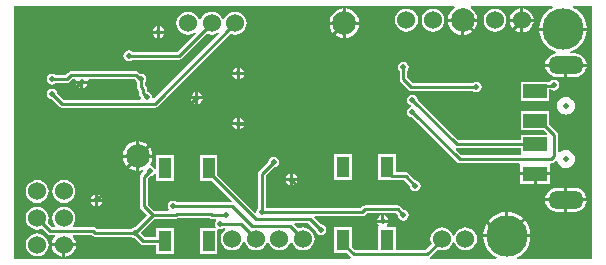
<source format=gbl>
G04*
G04 #@! TF.GenerationSoftware,Altium Limited,Altium Designer,19.1.5 (86)*
G04*
G04 Layer_Physical_Order=2*
G04 Layer_Color=16711680*
%FSLAX25Y25*%
%MOIN*%
G70*
G01*
G75*
%ADD10C,0.01000*%
%ADD46C,0.06000*%
%ADD47C,0.07874*%
%ADD48C,0.13780*%
%ADD49O,0.11811X0.05906*%
%ADD50C,0.01968*%
%ADD51R,0.04331X0.07087*%
%ADD52R,0.07874X0.04724*%
G36*
X194643Y2208D02*
X169853D01*
X169727Y2708D01*
X170743Y3251D01*
X171944Y4237D01*
X172930Y5438D01*
X173663Y6809D01*
X174114Y8296D01*
X174217Y9342D01*
X158460D01*
X158563Y8296D01*
X159014Y6809D01*
X159747Y5438D01*
X160733Y4237D01*
X161934Y3251D01*
X162950Y2708D01*
X162824Y2208D01*
X140847D01*
X140694Y2699D01*
X140694Y2708D01*
X143313Y5327D01*
X143696Y5168D01*
X144685Y5038D01*
X145674Y5168D01*
X146595Y5550D01*
X147386Y6157D01*
X147993Y6948D01*
X148375Y7869D01*
X148869D01*
X149251Y6948D01*
X149858Y6157D01*
X150649Y5550D01*
X151570Y5168D01*
X152559Y5038D01*
X153548Y5168D01*
X154469Y5550D01*
X155260Y6157D01*
X155867Y6948D01*
X156249Y7869D01*
X156379Y8858D01*
X156249Y9847D01*
X155867Y10768D01*
X155260Y11559D01*
X154469Y12167D01*
X153548Y12548D01*
X152559Y12678D01*
X151570Y12548D01*
X150649Y12167D01*
X149858Y11559D01*
X149251Y10768D01*
X148869Y9847D01*
X148375D01*
X147993Y10768D01*
X147386Y11559D01*
X146595Y12167D01*
X145674Y12548D01*
X144685Y12678D01*
X143696Y12548D01*
X142775Y12167D01*
X141984Y11559D01*
X141377Y10768D01*
X140995Y9847D01*
X140865Y8858D01*
X140995Y7869D01*
X141331Y7058D01*
X139220Y4947D01*
X129331D01*
Y12795D01*
X126525D01*
X126374Y13295D01*
X126431Y13333D01*
X126869Y13990D01*
X126924Y14264D01*
X123076D01*
X123131Y13990D01*
X123569Y13333D01*
X123626Y13295D01*
X123475Y12795D01*
X123425D01*
Y4947D01*
X115807D01*
X114764Y5990D01*
Y12795D01*
X108858D01*
Y4134D01*
X112908D01*
X114334Y2708D01*
X114333Y2699D01*
X114181Y2208D01*
X2208D01*
Y86375D01*
X148745D01*
X148915Y85875D01*
X148054Y85214D01*
X147262Y84183D01*
X146765Y82982D01*
X146661Y82193D01*
X156489D01*
X156385Y82982D01*
X155887Y84183D01*
X155096Y85214D01*
X154235Y85875D01*
X154404Y86375D01*
X181525D01*
X181650Y85875D01*
X180635Y85332D01*
X179434Y84346D01*
X178447Y83145D01*
X177715Y81774D01*
X177264Y80287D01*
X177161Y79240D01*
X192918D01*
X192815Y80287D01*
X192364Y81774D01*
X191631Y83145D01*
X190645Y84346D01*
X189444Y85332D01*
X188428Y85875D01*
X188553Y86375D01*
X194643D01*
Y2208D01*
D02*
G37*
%LPC*%
G36*
X171760Y85662D02*
Y82193D01*
X175229D01*
X175157Y82737D01*
X174754Y83710D01*
X174113Y84546D01*
X173277Y85187D01*
X172304Y85590D01*
X171760Y85662D01*
D02*
G37*
G36*
X170760D02*
X170216Y85590D01*
X169243Y85187D01*
X168407Y84546D01*
X167766Y83710D01*
X167363Y82737D01*
X167291Y82193D01*
X170760D01*
Y85662D01*
D02*
G37*
G36*
X75787Y84529D02*
X74799Y84399D01*
X73877Y84017D01*
X73086Y83410D01*
X72479Y82619D01*
X72097Y81697D01*
X71603Y81697D01*
X71222Y82619D01*
X70615Y83410D01*
X69823Y84017D01*
X68902Y84399D01*
X67913Y84529D01*
X66925Y84399D01*
X66003Y84017D01*
X65212Y83410D01*
X64605Y82619D01*
X64223Y81697D01*
X63729Y81697D01*
X63348Y82619D01*
X62741Y83410D01*
X61949Y84017D01*
X61028Y84399D01*
X60039Y84529D01*
X59051Y84399D01*
X58129Y84017D01*
X57338Y83410D01*
X56731Y82619D01*
X56349Y81697D01*
X56219Y80709D01*
X56349Y79720D01*
X56731Y78799D01*
X57338Y78008D01*
X58129Y77400D01*
X59051Y77019D01*
X60039Y76889D01*
X61028Y77019D01*
X61949Y77400D01*
X62346Y77705D01*
X62676Y77328D01*
X56543Y71194D01*
X41579D01*
X41046Y71551D01*
X40354Y71688D01*
X39663Y71551D01*
X39077Y71159D01*
X38686Y70573D01*
X38548Y69882D01*
X38686Y69191D01*
X39077Y68605D01*
X39663Y68213D01*
X40354Y68076D01*
X41046Y68213D01*
X41579Y68569D01*
X57087D01*
X57589Y68669D01*
X58015Y68954D01*
X66327Y77266D01*
X66925Y77019D01*
X67913Y76889D01*
X68902Y77019D01*
X69823Y77400D01*
X70220Y77705D01*
X70550Y77328D01*
X48690Y55468D01*
X48431Y55494D01*
X48049Y56015D01*
X48066Y56102D01*
X47929Y56794D01*
X47537Y57380D01*
X46951Y57771D01*
X46403Y57880D01*
Y58725D01*
X46303Y59227D01*
X46018Y59653D01*
X45604Y60067D01*
Y60783D01*
X45960Y61317D01*
X46098Y62008D01*
X45960Y62699D01*
X45569Y63285D01*
X44983Y63677D01*
X44291Y63814D01*
X44114Y63779D01*
X43670Y64223D01*
X43244Y64508D01*
X42742Y64608D01*
X20930D01*
X20428Y64508D01*
X20002Y64223D01*
X19099Y63320D01*
X15988D01*
X15455Y63677D01*
X14764Y63814D01*
X14073Y63677D01*
X13487Y63285D01*
X13095Y62699D01*
X12957Y62008D01*
X13095Y61317D01*
X13487Y60731D01*
X14073Y60339D01*
X14764Y60202D01*
X15455Y60339D01*
X15988Y60695D01*
X19643D01*
X20145Y60795D01*
X20571Y61080D01*
X21474Y61983D01*
X22305D01*
X22644Y61523D01*
X26568D01*
X26908Y61983D01*
X42198D01*
X42562Y61618D01*
X42623Y61317D01*
X42979Y60783D01*
Y59524D01*
X43079Y59021D01*
X43363Y58596D01*
X43778Y58181D01*
Y57272D01*
X43878Y56770D01*
X44162Y56344D01*
X44466Y56040D01*
X44545Y55643D01*
X44214Y55143D01*
X18563D01*
X16558Y57149D01*
X16433Y57778D01*
X16041Y58364D01*
X15455Y58755D01*
X14764Y58893D01*
X14073Y58755D01*
X13487Y58364D01*
X13095Y57778D01*
X12957Y57087D01*
X13095Y56395D01*
X13487Y55809D01*
X14073Y55418D01*
X14701Y55293D01*
X17091Y52903D01*
X17517Y52618D01*
X18020Y52518D01*
X48909D01*
X49412Y52618D01*
X49838Y52903D01*
X74201Y77266D01*
X74799Y77019D01*
X75787Y76889D01*
X76776Y77019D01*
X77697Y77400D01*
X78489Y78008D01*
X79096Y78799D01*
X79477Y79720D01*
X79607Y80709D01*
X79477Y81697D01*
X79096Y82619D01*
X78489Y83410D01*
X77697Y84017D01*
X76776Y84399D01*
X75787Y84529D01*
D02*
G37*
G36*
X112705Y85622D02*
Y81209D01*
X117119D01*
X117015Y81998D01*
X116517Y83198D01*
X115726Y84230D01*
X114694Y85021D01*
X113494Y85519D01*
X112705Y85622D01*
D02*
G37*
G36*
X111705D02*
X110916Y85519D01*
X109715Y85021D01*
X108684Y84230D01*
X107892Y83198D01*
X107395Y81998D01*
X107291Y81209D01*
X111705D01*
Y85622D01*
D02*
G37*
G36*
X50697Y79680D02*
Y78256D01*
X52121D01*
X52066Y78530D01*
X51627Y79186D01*
X50971Y79625D01*
X50697Y79680D01*
D02*
G37*
G36*
X49697D02*
X49423Y79625D01*
X48766Y79186D01*
X48328Y78530D01*
X48273Y78256D01*
X49697D01*
Y79680D01*
D02*
G37*
G36*
X162402Y85513D02*
X161413Y85383D01*
X160492Y85001D01*
X159700Y84394D01*
X159093Y83603D01*
X158712Y82682D01*
X158581Y81693D01*
X158712Y80704D01*
X159093Y79783D01*
X159700Y78992D01*
X160492Y78385D01*
X161413Y78003D01*
X162402Y77873D01*
X163390Y78003D01*
X164312Y78385D01*
X165103Y78992D01*
X165710Y79783D01*
X166092Y80704D01*
X166222Y81693D01*
X166092Y82682D01*
X165710Y83603D01*
X165103Y84394D01*
X164312Y85001D01*
X163390Y85383D01*
X162402Y85513D01*
D02*
G37*
G36*
X141732Y85513D02*
X140744Y85383D01*
X139822Y85001D01*
X139031Y84394D01*
X138424Y83603D01*
X138042Y82682D01*
X137912Y81693D01*
X138042Y80704D01*
X138424Y79783D01*
X139031Y78992D01*
X139822Y78385D01*
X140744Y78003D01*
X141732Y77873D01*
X142721Y78003D01*
X143642Y78385D01*
X144433Y78992D01*
X145041Y79783D01*
X145422Y80704D01*
X145552Y81693D01*
X145422Y82682D01*
X145041Y83603D01*
X144433Y84394D01*
X143642Y85001D01*
X142721Y85383D01*
X141732Y85513D01*
D02*
G37*
G36*
X132874D02*
X131885Y85383D01*
X130964Y85001D01*
X130173Y84394D01*
X129566Y83603D01*
X129184Y82682D01*
X129054Y81693D01*
X129184Y80704D01*
X129566Y79783D01*
X130173Y78992D01*
X130964Y78385D01*
X131885Y78003D01*
X132874Y77873D01*
X133863Y78003D01*
X134784Y78385D01*
X135575Y78992D01*
X136182Y79783D01*
X136564Y80704D01*
X136694Y81693D01*
X136564Y82682D01*
X136182Y83603D01*
X135575Y84394D01*
X134784Y85001D01*
X133863Y85383D01*
X132874Y85513D01*
D02*
G37*
G36*
X175229Y81193D02*
X171760D01*
Y77724D01*
X172304Y77796D01*
X173277Y78199D01*
X174113Y78840D01*
X174754Y79676D01*
X175157Y80649D01*
X175229Y81193D01*
D02*
G37*
G36*
X170760D02*
X167291D01*
X167363Y80649D01*
X167766Y79676D01*
X168407Y78840D01*
X169243Y78199D01*
X170216Y77796D01*
X170760Y77724D01*
Y81193D01*
D02*
G37*
G36*
X156489D02*
X152075D01*
Y76779D01*
X152864Y76883D01*
X154065Y77380D01*
X155096Y78172D01*
X155887Y79203D01*
X156385Y80404D01*
X156489Y81193D01*
D02*
G37*
G36*
X151075D02*
X146661D01*
X146765Y80404D01*
X147262Y79203D01*
X148054Y78172D01*
X149085Y77380D01*
X150286Y76883D01*
X151075Y76779D01*
Y81193D01*
D02*
G37*
G36*
X52121Y77256D02*
X50697D01*
Y75832D01*
X50971Y75887D01*
X51627Y76325D01*
X52066Y76982D01*
X52121Y77256D01*
D02*
G37*
G36*
X49697D02*
X48273D01*
X48328Y76982D01*
X48766Y76325D01*
X49423Y75887D01*
X49697Y75832D01*
Y77256D01*
D02*
G37*
G36*
X117119Y80209D02*
X112705D01*
Y75795D01*
X113494Y75899D01*
X114694Y76396D01*
X115726Y77188D01*
X116517Y78219D01*
X117015Y79420D01*
X117119Y80209D01*
D02*
G37*
G36*
X111705D02*
X107291D01*
X107395Y79420D01*
X107892Y78219D01*
X108684Y77188D01*
X109715Y76396D01*
X110916Y75899D01*
X111705Y75795D01*
Y80209D01*
D02*
G37*
G36*
X192918Y78240D02*
X177161D01*
X177264Y77193D01*
X177715Y75706D01*
X178447Y74336D01*
X179434Y73134D01*
X180635Y72148D01*
X182006Y71416D01*
X182770Y71184D01*
X182728Y70674D01*
X182039Y70583D01*
X181077Y70185D01*
X180252Y69551D01*
X179618Y68726D01*
X179220Y67764D01*
X179150Y67232D01*
X186024D01*
X192897D01*
X192827Y67764D01*
X192429Y68726D01*
X191796Y69551D01*
X190970Y70185D01*
X190008Y70583D01*
X188976Y70719D01*
X187499D01*
X187425Y71219D01*
X188073Y71416D01*
X189444Y72148D01*
X190645Y73134D01*
X191631Y74336D01*
X192364Y75706D01*
X192815Y77193D01*
X192918Y78240D01*
D02*
G37*
G36*
X77272Y65900D02*
Y64476D01*
X78695D01*
X78641Y64751D01*
X78202Y65407D01*
X77546Y65846D01*
X77272Y65900D01*
D02*
G37*
G36*
X76272D02*
X75997Y65846D01*
X75341Y65407D01*
X74902Y64751D01*
X74848Y64476D01*
X76272D01*
Y65900D01*
D02*
G37*
G36*
X192897Y66232D02*
X186524D01*
Y62745D01*
X188976D01*
X190008Y62881D01*
X190970Y63279D01*
X191796Y63913D01*
X192429Y64739D01*
X192827Y65700D01*
X192897Y66232D01*
D02*
G37*
G36*
X185524D02*
X179150D01*
X179220Y65700D01*
X179618Y64739D01*
X180252Y63913D01*
X181077Y63279D01*
X182039Y62881D01*
X183071Y62745D01*
X185524D01*
Y66232D01*
D02*
G37*
G36*
X78695Y63476D02*
X77272D01*
Y62053D01*
X77546Y62107D01*
X78202Y62546D01*
X78641Y63202D01*
X78695Y63476D01*
D02*
G37*
G36*
X76272D02*
X74848D01*
X74902Y63202D01*
X75341Y62546D01*
X75997Y62107D01*
X76272Y62053D01*
Y63476D01*
D02*
G37*
G36*
X26530Y60523D02*
X25106D01*
Y59100D01*
X25381Y59154D01*
X26037Y59593D01*
X26475Y60249D01*
X26530Y60523D01*
D02*
G37*
G36*
X24106D02*
X22683D01*
X22737Y60249D01*
X23176Y59593D01*
X23832Y59154D01*
X24106Y59100D01*
Y60523D01*
D02*
G37*
G36*
X182087Y61846D02*
X181395Y61708D01*
X180809Y61317D01*
X180762Y61246D01*
X177650D01*
X177523Y61221D01*
X171063D01*
Y54921D01*
X180512D01*
Y58621D01*
X181021D01*
X181395Y58371D01*
X182087Y58233D01*
X182778Y58371D01*
X183364Y58762D01*
X183756Y59348D01*
X183893Y60039D01*
X183756Y60731D01*
X183364Y61317D01*
X182778Y61708D01*
X182087Y61846D01*
D02*
G37*
G36*
X131890Y67751D02*
X131199Y67614D01*
X130613Y67222D01*
X130221Y66636D01*
X130083Y65945D01*
X130221Y65254D01*
X130577Y64720D01*
Y62008D01*
X130677Y61506D01*
X130962Y61080D01*
X133555Y58486D01*
X133981Y58201D01*
X134484Y58102D01*
X154913D01*
X155446Y57745D01*
X156137Y57608D01*
X156828Y57745D01*
X157414Y58137D01*
X157806Y58723D01*
X157943Y59414D01*
X157806Y60105D01*
X157414Y60691D01*
X156828Y61083D01*
X156137Y61221D01*
X155446Y61083D01*
X154913Y60727D01*
X135027D01*
X133202Y62552D01*
Y64720D01*
X133559Y65254D01*
X133696Y65945D01*
X133559Y66636D01*
X133167Y67222D01*
X132581Y67614D01*
X131890Y67751D01*
D02*
G37*
G36*
X63492Y57721D02*
Y56297D01*
X64916D01*
X64861Y56571D01*
X64423Y57227D01*
X63766Y57666D01*
X63492Y57721D01*
D02*
G37*
G36*
X62492D02*
X62218Y57666D01*
X61562Y57227D01*
X61123Y56571D01*
X61068Y56297D01*
X62492D01*
Y57721D01*
D02*
G37*
G36*
X64916Y55297D02*
X63492D01*
Y53873D01*
X63766Y53928D01*
X64423Y54366D01*
X64861Y55023D01*
X64916Y55297D01*
D02*
G37*
G36*
X62492D02*
X61068D01*
X61123Y55023D01*
X61562Y54366D01*
X62218Y53928D01*
X62492Y53873D01*
Y55297D01*
D02*
G37*
G36*
X186024Y56128D02*
X185253Y56026D01*
X184535Y55729D01*
X183918Y55256D01*
X183444Y54639D01*
X183147Y53920D01*
X183045Y53150D01*
X183147Y52379D01*
X183444Y51661D01*
X183918Y51044D01*
X184535Y50570D01*
X185253Y50273D01*
X186024Y50171D01*
X186794Y50273D01*
X187513Y50570D01*
X188129Y51044D01*
X188603Y51661D01*
X188900Y52379D01*
X189002Y53150D01*
X188900Y53920D01*
X188603Y54639D01*
X188129Y55256D01*
X187513Y55729D01*
X186794Y56026D01*
X186024Y56128D01*
D02*
G37*
G36*
X77272Y49168D02*
Y47744D01*
X78695D01*
X78641Y48018D01*
X78202Y48675D01*
X77546Y49113D01*
X77272Y49168D01*
D02*
G37*
G36*
X76272D02*
X75997Y49113D01*
X75341Y48675D01*
X74902Y48018D01*
X74848Y47744D01*
X76272D01*
Y49168D01*
D02*
G37*
G36*
X78695Y46744D02*
X77272D01*
Y45320D01*
X77546Y45375D01*
X78202Y45814D01*
X78641Y46470D01*
X78695Y46744D01*
D02*
G37*
G36*
X76272D02*
X74848D01*
X74902Y46470D01*
X75341Y45814D01*
X75997Y45375D01*
X76272Y45320D01*
Y46744D01*
D02*
G37*
G36*
X43807Y41331D02*
Y36917D01*
X48221D01*
X48117Y37706D01*
X47620Y38907D01*
X46828Y39938D01*
X45797Y40730D01*
X44596Y41227D01*
X43807Y41331D01*
D02*
G37*
G36*
X42807D02*
X42018Y41227D01*
X40817Y40730D01*
X39786Y39938D01*
X38995Y38907D01*
X38497Y37706D01*
X38393Y36917D01*
X42807D01*
Y41331D01*
D02*
G37*
G36*
X134843Y56924D02*
X134151Y56787D01*
X133565Y56395D01*
X133174Y55809D01*
X133036Y55118D01*
X133174Y54427D01*
X133565Y53841D01*
X134151Y53449D01*
X134376Y53404D01*
Y52895D01*
X134151Y52850D01*
X133565Y52458D01*
X133174Y51872D01*
X133036Y51181D01*
X133174Y50490D01*
X133565Y49904D01*
X134151Y49512D01*
X134780Y49387D01*
X149662Y34505D01*
X150088Y34220D01*
X150591Y34120D01*
X170452D01*
X170850Y33874D01*
X170850Y33620D01*
Y31012D01*
X175787D01*
X180724D01*
Y33620D01*
X180724Y33855D01*
X180992Y34043D01*
X181121Y34124D01*
X181605Y34220D01*
X182030Y34505D01*
X182590Y35064D01*
X183118Y34885D01*
X183147Y34662D01*
X183444Y33944D01*
X183918Y33327D01*
X184535Y32854D01*
X185253Y32556D01*
X186024Y32455D01*
X186794Y32556D01*
X187513Y32854D01*
X188129Y33327D01*
X188603Y33944D01*
X188900Y34662D01*
X189002Y35433D01*
X188900Y36204D01*
X188603Y36922D01*
X188129Y37539D01*
X187513Y38012D01*
X186794Y38310D01*
X186024Y38411D01*
X185253Y38310D01*
X184535Y38012D01*
X183918Y37539D01*
X183899Y37515D01*
X183399Y37685D01*
Y43504D01*
X183299Y44006D01*
X183015Y44432D01*
X180512Y46935D01*
Y51378D01*
X171063D01*
Y45079D01*
X178656D01*
X179768Y43966D01*
X179577Y43504D01*
X171063D01*
Y41667D01*
X150150D01*
X136636Y55181D01*
X136511Y55809D01*
X136120Y56395D01*
X135534Y56787D01*
X134843Y56924D01*
D02*
G37*
G36*
X42807Y35917D02*
X38393D01*
X38497Y35129D01*
X38995Y33928D01*
X39786Y32896D01*
X40817Y32105D01*
X42018Y31607D01*
X42807Y31503D01*
Y35917D01*
D02*
G37*
G36*
X94988Y30467D02*
Y29043D01*
X96412D01*
X96357Y29318D01*
X95919Y29974D01*
X95262Y30412D01*
X94988Y30467D01*
D02*
G37*
G36*
X93988D02*
X93714Y30412D01*
X93058Y29974D01*
X92619Y29318D01*
X92564Y29043D01*
X93988D01*
Y30467D01*
D02*
G37*
G36*
X114764Y37205D02*
X108858D01*
Y28543D01*
X114764D01*
Y37205D01*
D02*
G37*
G36*
X69882Y36811D02*
X63976D01*
Y28150D01*
X68026D01*
X74677Y21498D01*
X74470Y20998D01*
X56343D01*
X55809Y21354D01*
X55118Y21491D01*
X54427Y21354D01*
X53841Y20962D01*
X53449Y20376D01*
X53312Y19685D01*
X53449Y18994D01*
X53678Y18651D01*
X53411Y18151D01*
X52616D01*
X52114Y18051D01*
X52105Y18045D01*
X48772D01*
X46588Y20229D01*
Y28984D01*
X47306Y29702D01*
X47935Y29827D01*
X48521Y30219D01*
X48913Y30805D01*
X49409Y30738D01*
Y28150D01*
X55315D01*
Y36811D01*
X49409D01*
Y32254D01*
X48913Y32187D01*
X48521Y32773D01*
X47935Y33165D01*
X47701Y33212D01*
X47493Y33763D01*
X47620Y33928D01*
X48117Y35129D01*
X48221Y35917D01*
X43807D01*
Y31503D01*
X44596Y31607D01*
X44931Y31746D01*
X45214Y31322D01*
X44347Y30456D01*
X44063Y30030D01*
X43963Y29528D01*
Y19685D01*
X44063Y19183D01*
X44347Y18757D01*
X46372Y16732D01*
X42261Y12621D01*
X41632Y12496D01*
X41098Y12139D01*
X29632D01*
X29383Y12389D01*
X28957Y12673D01*
X28455Y12773D01*
X21822D01*
X21576Y13273D01*
X22009Y13838D01*
X22391Y14759D01*
X22521Y15748D01*
X22391Y16737D01*
X22009Y17658D01*
X21402Y18449D01*
X20611Y19056D01*
X19690Y19438D01*
X18701Y19568D01*
X17712Y19438D01*
X16791Y19056D01*
X16000Y18449D01*
X15393Y17658D01*
X15011Y16737D01*
X14881Y15748D01*
X15011Y14759D01*
X15393Y13838D01*
X15826Y13273D01*
X15579Y12773D01*
X14674D01*
X13285Y14162D01*
X13532Y14759D01*
X13663Y15748D01*
X13532Y16737D01*
X13151Y17658D01*
X12544Y18449D01*
X11752Y19056D01*
X10831Y19438D01*
X9843Y19568D01*
X8854Y19438D01*
X7932Y19056D01*
X7141Y18449D01*
X6534Y17658D01*
X6153Y16737D01*
X6022Y15748D01*
X6153Y14759D01*
X6534Y13838D01*
X7141Y13047D01*
X7932Y12440D01*
X8854Y12058D01*
X9843Y11928D01*
X10831Y12058D01*
X11429Y12306D01*
X13202Y10532D01*
X13628Y10248D01*
X14130Y10148D01*
X15626D01*
X15775Y9648D01*
X15207Y8907D01*
X14804Y7934D01*
X14732Y7390D01*
X22670D01*
X22598Y7934D01*
X22195Y8907D01*
X21626Y9648D01*
X21775Y10148D01*
X27911D01*
X28161Y9899D01*
X28587Y9614D01*
X29089Y9514D01*
X41098D01*
X41632Y9158D01*
X42261Y9033D01*
X44151Y7143D01*
X44576Y6858D01*
X45079Y6758D01*
X49409D01*
Y3740D01*
X55315D01*
Y12402D01*
X49409D01*
Y9384D01*
X45622D01*
X44179Y10827D01*
X48772Y15420D01*
X52510D01*
X53012Y15520D01*
X53022Y15526D01*
X55963D01*
X56465Y15626D01*
X56891Y15910D01*
X56900Y15920D01*
X67067D01*
X67182Y15804D01*
X67608Y15520D01*
X68110Y15420D01*
X69300D01*
X69497Y14920D01*
X69197Y14471D01*
X69060Y13780D01*
X69197Y13088D01*
X69322Y12902D01*
X69055Y12402D01*
X63976D01*
Y3740D01*
X69882D01*
Y11751D01*
X70382Y12070D01*
X70866Y11973D01*
X71557Y12111D01*
X71996Y12404D01*
X72294Y12337D01*
X72413Y11798D01*
X72102Y11559D01*
X71495Y10768D01*
X71113Y9847D01*
X70983Y8858D01*
X71113Y7870D01*
X71495Y6948D01*
X72102Y6157D01*
X72893Y5550D01*
X73814Y5168D01*
X74803Y5038D01*
X75792Y5168D01*
X76713Y5550D01*
X77504Y6157D01*
X78111Y6948D01*
X78493Y7869D01*
X78987D01*
X79369Y6948D01*
X79976Y6157D01*
X80767Y5550D01*
X81688Y5168D01*
X82677Y5038D01*
X83666Y5168D01*
X84587Y5550D01*
X85378Y6157D01*
X85985Y6948D01*
X86367Y7869D01*
X86861D01*
X87243Y6948D01*
X87850Y6157D01*
X88641Y5550D01*
X89562Y5168D01*
X90551Y5038D01*
X91540Y5168D01*
X92461Y5550D01*
X93252Y6157D01*
X93859Y6948D01*
X94241Y7869D01*
X94735D01*
X95117Y6948D01*
X95724Y6157D01*
X96515Y5550D01*
X97436Y5168D01*
X98425Y5038D01*
X99414Y5168D01*
X100335Y5550D01*
X101126Y6157D01*
X101734Y6948D01*
X102115Y7870D01*
X102245Y8858D01*
X102115Y9847D01*
X101734Y10768D01*
X101126Y11559D01*
X100335Y12167D01*
X99414Y12548D01*
X98425Y12678D01*
X97436Y12548D01*
X96839Y12301D01*
X95508Y13632D01*
X95715Y14132D01*
X100153D01*
X102537Y11749D01*
X102662Y11120D01*
X103053Y10534D01*
X103639Y10142D01*
X104331Y10005D01*
X105022Y10142D01*
X105608Y10534D01*
X106000Y11120D01*
X106137Y11811D01*
X106000Y12502D01*
X105608Y13088D01*
X105022Y13480D01*
X104393Y13605D01*
X102094Y15904D01*
X102301Y16404D01*
X118110D01*
X118613Y16504D01*
X119038Y16788D01*
X119638Y17388D01*
X129377D01*
X130096Y16670D01*
X130221Y16041D01*
X130613Y15455D01*
X131199Y15063D01*
X131890Y14926D01*
X132581Y15063D01*
X133167Y15455D01*
X133559Y16041D01*
X133696Y16732D01*
X133559Y17424D01*
X133167Y18010D01*
X132581Y18401D01*
X131952Y18526D01*
X130849Y19629D01*
X130424Y19914D01*
X129921Y20013D01*
X119095D01*
X118592Y19914D01*
X118166Y19629D01*
X117567Y19029D01*
X85958D01*
Y29968D01*
X88645Y32655D01*
X89274Y32780D01*
X89860Y33171D01*
X90251Y33757D01*
X90389Y34449D01*
X90251Y35140D01*
X89860Y35726D01*
X89274Y36118D01*
X88582Y36255D01*
X87891Y36118D01*
X87305Y35726D01*
X86914Y35140D01*
X86788Y34511D01*
X83718Y31440D01*
X83433Y31014D01*
X83333Y30512D01*
Y18941D01*
X82977Y18408D01*
X82846Y17749D01*
X82716Y17665D01*
X82369Y17519D01*
X69882Y30006D01*
Y36811D01*
D02*
G37*
G36*
X180724Y30012D02*
X176287D01*
Y27150D01*
X180724D01*
Y30012D01*
D02*
G37*
G36*
X175287D02*
X170850D01*
Y27150D01*
X175287D01*
Y30012D01*
D02*
G37*
G36*
X96412Y28043D02*
X94988D01*
Y26620D01*
X95262Y26674D01*
X95919Y27113D01*
X96357Y27769D01*
X96412Y28043D01*
D02*
G37*
G36*
X93988D02*
X92564D01*
X92619Y27769D01*
X93058Y27113D01*
X93714Y26674D01*
X93988Y26620D01*
Y28043D01*
D02*
G37*
G36*
X129331Y37205D02*
X123425D01*
Y28543D01*
X127917D01*
X128043Y28518D01*
X132027D01*
X134033Y26512D01*
X134158Y25883D01*
X134549Y25297D01*
X135135Y24906D01*
X135827Y24768D01*
X136518Y24906D01*
X137104Y25297D01*
X137496Y25883D01*
X137633Y26575D01*
X137496Y27266D01*
X137104Y27852D01*
X136518Y28244D01*
X135889Y28369D01*
X133499Y30759D01*
X133073Y31043D01*
X132571Y31143D01*
X129331D01*
Y37205D01*
D02*
G37*
G36*
X188976Y25837D02*
X186524D01*
Y22350D01*
X192897D01*
X192827Y22882D01*
X192429Y23844D01*
X191796Y24669D01*
X190970Y25303D01*
X190008Y25701D01*
X188976Y25837D01*
D02*
G37*
G36*
X185524D02*
X183071D01*
X182039Y25701D01*
X181077Y25303D01*
X180252Y24669D01*
X179618Y23844D01*
X179220Y22882D01*
X179150Y22350D01*
X185524D01*
Y25837D01*
D02*
G37*
G36*
X30028Y23577D02*
Y22153D01*
X31451D01*
X31397Y22428D01*
X30958Y23084D01*
X30302Y23523D01*
X30028Y23577D01*
D02*
G37*
G36*
X29028D02*
X28753Y23523D01*
X28097Y23084D01*
X27658Y22428D01*
X27604Y22153D01*
X29028D01*
Y23577D01*
D02*
G37*
G36*
X18701Y28426D02*
X17712Y28296D01*
X16791Y27915D01*
X16000Y27308D01*
X15393Y26516D01*
X15011Y25595D01*
X14881Y24606D01*
X15011Y23618D01*
X15393Y22696D01*
X16000Y21905D01*
X16791Y21298D01*
X17712Y20916D01*
X18701Y20786D01*
X19690Y20916D01*
X20611Y21298D01*
X21402Y21905D01*
X22009Y22696D01*
X22391Y23618D01*
X22521Y24606D01*
X22391Y25595D01*
X22009Y26516D01*
X21402Y27308D01*
X20611Y27915D01*
X19690Y28296D01*
X18701Y28426D01*
D02*
G37*
G36*
X9843D02*
X8854Y28296D01*
X7932Y27915D01*
X7141Y27308D01*
X6534Y26516D01*
X6153Y25595D01*
X6022Y24606D01*
X6153Y23618D01*
X6534Y22696D01*
X7141Y21905D01*
X7932Y21298D01*
X8854Y20916D01*
X9843Y20786D01*
X10831Y20916D01*
X11752Y21298D01*
X12544Y21905D01*
X13151Y22696D01*
X13532Y23618D01*
X13663Y24606D01*
X13532Y25595D01*
X13151Y26516D01*
X12544Y27308D01*
X11752Y27915D01*
X10831Y28296D01*
X9843Y28426D01*
D02*
G37*
G36*
X31451Y21154D02*
X30028D01*
Y19730D01*
X30302Y19784D01*
X30958Y20223D01*
X31397Y20879D01*
X31451Y21154D01*
D02*
G37*
G36*
X29028D02*
X27604D01*
X27658Y20879D01*
X28097Y20223D01*
X28753Y19784D01*
X29028Y19730D01*
Y21154D01*
D02*
G37*
G36*
X192897Y21350D02*
X186524D01*
Y17864D01*
X188976D01*
X190008Y17999D01*
X190970Y18398D01*
X191796Y19031D01*
X192429Y19857D01*
X192827Y20819D01*
X192897Y21350D01*
D02*
G37*
G36*
X185524D02*
X179150D01*
X179220Y20819D01*
X179618Y19857D01*
X180252Y19031D01*
X181077Y18398D01*
X182039Y17999D01*
X183071Y17864D01*
X185524D01*
Y21350D01*
D02*
G37*
G36*
X125500Y16687D02*
Y15264D01*
X126924D01*
X126869Y15538D01*
X126431Y16194D01*
X125774Y16633D01*
X125500Y16687D01*
D02*
G37*
G36*
X124500D02*
X124226Y16633D01*
X123569Y16194D01*
X123131Y15538D01*
X123076Y15264D01*
X124500D01*
Y16687D01*
D02*
G37*
G36*
X166839Y17721D02*
Y10343D01*
X174217D01*
X174114Y11389D01*
X173663Y12876D01*
X172930Y14247D01*
X171944Y15448D01*
X170743Y16434D01*
X169372Y17167D01*
X167885Y17618D01*
X166839Y17721D01*
D02*
G37*
G36*
X165839D02*
X164792Y17618D01*
X163305Y17167D01*
X161934Y16434D01*
X160733Y15448D01*
X159747Y14247D01*
X159014Y12876D01*
X158563Y11389D01*
X158460Y10343D01*
X165839D01*
Y17721D01*
D02*
G37*
G36*
X9843Y10710D02*
X8854Y10580D01*
X7932Y10198D01*
X7141Y9591D01*
X6534Y8800D01*
X6153Y7879D01*
X6022Y6890D01*
X6153Y5901D01*
X6534Y4980D01*
X7141Y4189D01*
X7932Y3582D01*
X8854Y3200D01*
X9843Y3070D01*
X10831Y3200D01*
X11752Y3582D01*
X12544Y4189D01*
X13151Y4980D01*
X13532Y5901D01*
X13663Y6890D01*
X13532Y7879D01*
X13151Y8800D01*
X12544Y9591D01*
X11752Y10198D01*
X10831Y10580D01*
X9843Y10710D01*
D02*
G37*
G36*
X22670Y6390D02*
X19201D01*
Y2921D01*
X19745Y2993D01*
X20718Y3396D01*
X21554Y4037D01*
X22195Y4873D01*
X22598Y5846D01*
X22670Y6390D01*
D02*
G37*
G36*
X18201D02*
X14732D01*
X14804Y5846D01*
X15207Y4873D01*
X15848Y4037D01*
X16683Y3396D01*
X17657Y2993D01*
X18201Y2921D01*
Y6390D01*
D02*
G37*
%LPD*%
G36*
X149606Y39042D02*
X171063D01*
Y37205D01*
X171063D01*
X170964Y36746D01*
X151134D01*
X149284Y38596D01*
X149530Y39057D01*
X149606Y39042D01*
D02*
G37*
D10*
X70866Y13780D02*
X77756D01*
X144685Y8555D02*
Y8858D01*
X139764Y3634D02*
X144685Y8555D01*
X115264Y3634D02*
X139764D01*
X111811Y7087D02*
X115264Y3634D01*
X111811Y7087D02*
Y8465D01*
X125000Y14764D02*
X129921D01*
X132571Y29831D02*
X135827Y26575D01*
X128043Y29831D02*
X132571D01*
X126378Y31496D02*
X128043Y29831D01*
X126378Y31496D02*
Y32874D01*
X74803Y19685D02*
X81343Y13146D01*
X100697Y15445D02*
X104331Y11811D01*
X82587Y15445D02*
X100697D01*
X66929Y31102D02*
X82587Y15445D01*
X66929Y31102D02*
Y32480D01*
X81343Y13146D02*
X94138D01*
X98425Y8858D01*
X45276Y19685D02*
Y29528D01*
X47244Y31496D01*
X42323Y10827D02*
X45079Y8071D01*
X52362D01*
X55118Y19685D02*
X74803D01*
X45276Y19685D02*
X48228Y16732D01*
X94488Y28543D02*
X98425Y24606D01*
X130905D01*
X140748Y14764D01*
X159395D01*
X164316Y9843D01*
X166339D01*
X136811Y10827D02*
X140748Y14764D01*
X133858Y10827D02*
X136811D01*
X129921Y14764D02*
X133858Y10827D01*
X119095Y18701D02*
X129921D01*
X118110Y17717D02*
X119095Y18701D01*
X84646Y17717D02*
X118110D01*
X129921Y18701D02*
X131890Y16732D01*
X76772Y47244D02*
X84646D01*
X94488Y37402D01*
Y28543D02*
Y37402D01*
X166339Y9843D02*
X175787Y19291D01*
Y30512D01*
X165354Y75787D02*
X171260Y81693D01*
X157480Y75787D02*
X165354D01*
X151575Y81693D02*
X157480Y75787D01*
X134484Y59414D02*
X156137D01*
X131890Y62008D02*
X134484Y59414D01*
X131890Y62008D02*
Y65945D01*
X95472Y63976D02*
X112205Y80709D01*
X76772Y63976D02*
X95472D01*
X76772Y47244D02*
Y63976D01*
X39463Y31589D02*
Y32573D01*
X29528Y21654D02*
X39463Y31589D01*
Y32573D02*
X43307Y36417D01*
X25591Y77756D02*
X50197D01*
X12225Y64391D02*
X25591Y77756D01*
X12225Y58485D02*
Y64391D01*
X62839Y55797D02*
X62992D01*
X43460Y36417D02*
X62839Y55797D01*
X43307Y36417D02*
X43460D01*
X30512D02*
X43307D01*
X12225Y54704D02*
X30512Y36417D01*
X12225Y54704D02*
Y58485D01*
X13164Y59424D01*
X22745D01*
X24344Y61023D01*
X24606D01*
X44029Y62008D02*
X44291D01*
X42742Y63295D02*
X44029Y62008D01*
X20930Y63295D02*
X42742D01*
X19643Y62008D02*
X20930Y63295D01*
X14764Y62008D02*
X19643D01*
X14764Y57087D02*
X18020Y53831D01*
X84646Y30512D02*
X88582Y34449D01*
X84646Y17717D02*
Y30512D01*
X48909Y53831D02*
X75787Y80709D01*
X18020Y53831D02*
X48909D01*
X45090Y57272D02*
X46260Y56102D01*
X45090Y57272D02*
Y58725D01*
X44291Y59524D02*
X45090Y58725D01*
X44291Y59524D02*
Y62008D01*
X14130Y11461D02*
X28455D01*
X9843Y15748D02*
X14130Y11461D01*
X28455D02*
X29089Y10827D01*
X42323D01*
X48228Y16732D01*
X52510D01*
X52616Y16839D01*
X55963D01*
X56357Y17232D01*
X67610D01*
X68110Y16732D01*
X72835D01*
X40354Y69882D02*
X57087D01*
X67913Y80709D01*
X77756Y13780D02*
X82677Y8858D01*
X134843Y51181D02*
X150591Y35433D01*
X181102D01*
X182087Y36417D01*
Y43504D01*
X177362Y48228D02*
X182087Y43504D01*
X175787Y48228D02*
X177362D01*
X134843Y55118D02*
X149606Y40354D01*
X175787D01*
X181980Y59933D02*
X182087Y60039D01*
X177650Y59933D02*
X181980D01*
X175787Y58071D02*
X177650Y59933D01*
D46*
X18701Y6890D02*
D03*
X144685Y8858D02*
D03*
X90551Y8858D02*
D03*
X141732Y81693D02*
D03*
X98425Y8858D02*
D03*
X67913Y80709D02*
D03*
X75787Y80709D02*
D03*
X74803Y8858D02*
D03*
X82677D02*
D03*
X132874Y81693D02*
D03*
X152559Y8858D02*
D03*
X171260Y81693D02*
D03*
X162402D02*
D03*
X60039Y80709D02*
D03*
X18701Y15748D02*
D03*
Y24606D02*
D03*
X9843Y6890D02*
D03*
Y15748D02*
D03*
Y24606D02*
D03*
D47*
X112205Y80709D02*
D03*
X151575Y81693D02*
D03*
X43307Y36417D02*
D03*
D48*
X185039Y78740D02*
D03*
X166339Y9843D02*
D03*
D49*
X186024Y21850D02*
D03*
Y66732D02*
D03*
D50*
Y35433D02*
D03*
Y53150D02*
D03*
X70866Y13780D02*
D03*
X125000Y14764D02*
D03*
X135827Y26575D02*
D03*
X84646Y17717D02*
D03*
X29528Y21654D02*
D03*
X42323Y10827D02*
D03*
X55118Y19685D02*
D03*
X72835Y16732D02*
D03*
X47244Y31496D02*
D03*
X94488Y28543D02*
D03*
X76772Y63976D02*
D03*
Y47244D02*
D03*
X50197Y77756D02*
D03*
X62992Y55797D02*
D03*
X24606Y61023D02*
D03*
X14764Y57087D02*
D03*
Y62008D02*
D03*
X88582Y34449D02*
D03*
X134843Y55118D02*
D03*
Y51181D02*
D03*
X131890Y65945D02*
D03*
X156137Y59414D02*
D03*
X46260Y56102D02*
D03*
X44291Y62008D02*
D03*
X131890Y16732D02*
D03*
X40354Y69882D02*
D03*
X104331Y11811D02*
D03*
X182087Y60039D02*
D03*
D51*
X126378Y8465D02*
D03*
Y32874D02*
D03*
X111811Y8465D02*
D03*
Y32874D02*
D03*
X52362Y32480D02*
D03*
Y8071D02*
D03*
X66929Y32480D02*
D03*
Y8071D02*
D03*
D52*
X175787Y30512D02*
D03*
Y40354D02*
D03*
Y48228D02*
D03*
Y58071D02*
D03*
M02*

</source>
